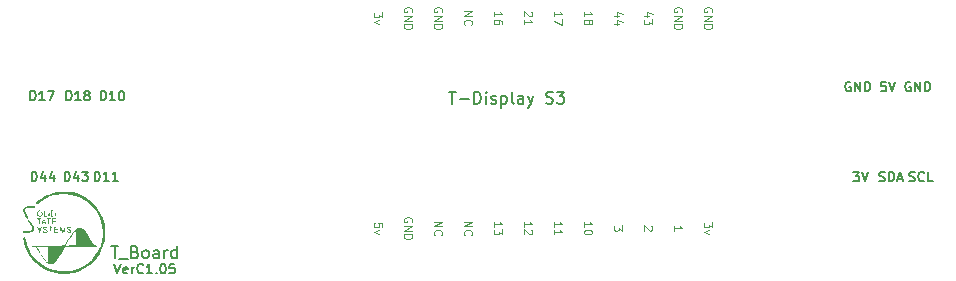
<source format=gbr>
%TF.GenerationSoftware,KiCad,Pcbnew,8.0.0*%
%TF.CreationDate,2024-03-18T00:05:31-07:00*%
%TF.ProjectId,Top_Board,546f705f-426f-4617-9264-2e6b69636164,0*%
%TF.SameCoordinates,Original*%
%TF.FileFunction,Legend,Top*%
%TF.FilePolarity,Positive*%
%FSLAX46Y46*%
G04 Gerber Fmt 4.6, Leading zero omitted, Abs format (unit mm)*
G04 Created by KiCad (PCBNEW 8.0.0) date 2024-03-18 00:05:31*
%MOMM*%
%LPD*%
G01*
G04 APERTURE LIST*
%ADD10C,0.150000*%
%ADD11C,0.100000*%
%ADD12C,0.000000*%
G04 APERTURE END LIST*
D10*
X149545922Y-93865819D02*
X150117350Y-93865819D01*
X149831636Y-94865819D02*
X149831636Y-93865819D01*
X150450684Y-94484866D02*
X151212589Y-94484866D01*
X151688779Y-94865819D02*
X151688779Y-93865819D01*
X151688779Y-93865819D02*
X151926874Y-93865819D01*
X151926874Y-93865819D02*
X152069731Y-93913438D01*
X152069731Y-93913438D02*
X152164969Y-94008676D01*
X152164969Y-94008676D02*
X152212588Y-94103914D01*
X152212588Y-94103914D02*
X152260207Y-94294390D01*
X152260207Y-94294390D02*
X152260207Y-94437247D01*
X152260207Y-94437247D02*
X152212588Y-94627723D01*
X152212588Y-94627723D02*
X152164969Y-94722961D01*
X152164969Y-94722961D02*
X152069731Y-94818200D01*
X152069731Y-94818200D02*
X151926874Y-94865819D01*
X151926874Y-94865819D02*
X151688779Y-94865819D01*
X152688779Y-94865819D02*
X152688779Y-94199152D01*
X152688779Y-93865819D02*
X152641160Y-93913438D01*
X152641160Y-93913438D02*
X152688779Y-93961057D01*
X152688779Y-93961057D02*
X152736398Y-93913438D01*
X152736398Y-93913438D02*
X152688779Y-93865819D01*
X152688779Y-93865819D02*
X152688779Y-93961057D01*
X153117350Y-94818200D02*
X153212588Y-94865819D01*
X153212588Y-94865819D02*
X153403064Y-94865819D01*
X153403064Y-94865819D02*
X153498302Y-94818200D01*
X153498302Y-94818200D02*
X153545921Y-94722961D01*
X153545921Y-94722961D02*
X153545921Y-94675342D01*
X153545921Y-94675342D02*
X153498302Y-94580104D01*
X153498302Y-94580104D02*
X153403064Y-94532485D01*
X153403064Y-94532485D02*
X153260207Y-94532485D01*
X153260207Y-94532485D02*
X153164969Y-94484866D01*
X153164969Y-94484866D02*
X153117350Y-94389628D01*
X153117350Y-94389628D02*
X153117350Y-94342009D01*
X153117350Y-94342009D02*
X153164969Y-94246771D01*
X153164969Y-94246771D02*
X153260207Y-94199152D01*
X153260207Y-94199152D02*
X153403064Y-94199152D01*
X153403064Y-94199152D02*
X153498302Y-94246771D01*
X153974493Y-94199152D02*
X153974493Y-95199152D01*
X153974493Y-94246771D02*
X154069731Y-94199152D01*
X154069731Y-94199152D02*
X154260207Y-94199152D01*
X154260207Y-94199152D02*
X154355445Y-94246771D01*
X154355445Y-94246771D02*
X154403064Y-94294390D01*
X154403064Y-94294390D02*
X154450683Y-94389628D01*
X154450683Y-94389628D02*
X154450683Y-94675342D01*
X154450683Y-94675342D02*
X154403064Y-94770580D01*
X154403064Y-94770580D02*
X154355445Y-94818200D01*
X154355445Y-94818200D02*
X154260207Y-94865819D01*
X154260207Y-94865819D02*
X154069731Y-94865819D01*
X154069731Y-94865819D02*
X153974493Y-94818200D01*
X155022112Y-94865819D02*
X154926874Y-94818200D01*
X154926874Y-94818200D02*
X154879255Y-94722961D01*
X154879255Y-94722961D02*
X154879255Y-93865819D01*
X155831636Y-94865819D02*
X155831636Y-94342009D01*
X155831636Y-94342009D02*
X155784017Y-94246771D01*
X155784017Y-94246771D02*
X155688779Y-94199152D01*
X155688779Y-94199152D02*
X155498303Y-94199152D01*
X155498303Y-94199152D02*
X155403065Y-94246771D01*
X155831636Y-94818200D02*
X155736398Y-94865819D01*
X155736398Y-94865819D02*
X155498303Y-94865819D01*
X155498303Y-94865819D02*
X155403065Y-94818200D01*
X155403065Y-94818200D02*
X155355446Y-94722961D01*
X155355446Y-94722961D02*
X155355446Y-94627723D01*
X155355446Y-94627723D02*
X155403065Y-94532485D01*
X155403065Y-94532485D02*
X155498303Y-94484866D01*
X155498303Y-94484866D02*
X155736398Y-94484866D01*
X155736398Y-94484866D02*
X155831636Y-94437247D01*
X156212589Y-94199152D02*
X156450684Y-94865819D01*
X156688779Y-94199152D02*
X156450684Y-94865819D01*
X156450684Y-94865819D02*
X156355446Y-95103914D01*
X156355446Y-95103914D02*
X156307827Y-95151533D01*
X156307827Y-95151533D02*
X156212589Y-95199152D01*
X157784018Y-94818200D02*
X157926875Y-94865819D01*
X157926875Y-94865819D02*
X158164970Y-94865819D01*
X158164970Y-94865819D02*
X158260208Y-94818200D01*
X158260208Y-94818200D02*
X158307827Y-94770580D01*
X158307827Y-94770580D02*
X158355446Y-94675342D01*
X158355446Y-94675342D02*
X158355446Y-94580104D01*
X158355446Y-94580104D02*
X158307827Y-94484866D01*
X158307827Y-94484866D02*
X158260208Y-94437247D01*
X158260208Y-94437247D02*
X158164970Y-94389628D01*
X158164970Y-94389628D02*
X157974494Y-94342009D01*
X157974494Y-94342009D02*
X157879256Y-94294390D01*
X157879256Y-94294390D02*
X157831637Y-94246771D01*
X157831637Y-94246771D02*
X157784018Y-94151533D01*
X157784018Y-94151533D02*
X157784018Y-94056295D01*
X157784018Y-94056295D02*
X157831637Y-93961057D01*
X157831637Y-93961057D02*
X157879256Y-93913438D01*
X157879256Y-93913438D02*
X157974494Y-93865819D01*
X157974494Y-93865819D02*
X158212589Y-93865819D01*
X158212589Y-93865819D02*
X158355446Y-93913438D01*
X158688780Y-93865819D02*
X159307827Y-93865819D01*
X159307827Y-93865819D02*
X158974494Y-94246771D01*
X158974494Y-94246771D02*
X159117351Y-94246771D01*
X159117351Y-94246771D02*
X159212589Y-94294390D01*
X159212589Y-94294390D02*
X159260208Y-94342009D01*
X159260208Y-94342009D02*
X159307827Y-94437247D01*
X159307827Y-94437247D02*
X159307827Y-94675342D01*
X159307827Y-94675342D02*
X159260208Y-94770580D01*
X159260208Y-94770580D02*
X159212589Y-94818200D01*
X159212589Y-94818200D02*
X159117351Y-94865819D01*
X159117351Y-94865819D02*
X158831637Y-94865819D01*
X158831637Y-94865819D02*
X158736399Y-94818200D01*
X158736399Y-94818200D02*
X158688780Y-94770580D01*
X117138571Y-94596295D02*
X117138571Y-93796295D01*
X117138571Y-93796295D02*
X117329047Y-93796295D01*
X117329047Y-93796295D02*
X117443333Y-93834390D01*
X117443333Y-93834390D02*
X117519523Y-93910580D01*
X117519523Y-93910580D02*
X117557618Y-93986771D01*
X117557618Y-93986771D02*
X117595714Y-94139152D01*
X117595714Y-94139152D02*
X117595714Y-94253438D01*
X117595714Y-94253438D02*
X117557618Y-94405819D01*
X117557618Y-94405819D02*
X117519523Y-94482009D01*
X117519523Y-94482009D02*
X117443333Y-94558200D01*
X117443333Y-94558200D02*
X117329047Y-94596295D01*
X117329047Y-94596295D02*
X117138571Y-94596295D01*
X118357618Y-94596295D02*
X117900475Y-94596295D01*
X118129047Y-94596295D02*
X118129047Y-93796295D01*
X118129047Y-93796295D02*
X118052856Y-93910580D01*
X118052856Y-93910580D02*
X117976666Y-93986771D01*
X117976666Y-93986771D02*
X117900475Y-94024866D01*
X118814761Y-94139152D02*
X118738571Y-94101057D01*
X118738571Y-94101057D02*
X118700476Y-94062961D01*
X118700476Y-94062961D02*
X118662380Y-93986771D01*
X118662380Y-93986771D02*
X118662380Y-93948676D01*
X118662380Y-93948676D02*
X118700476Y-93872485D01*
X118700476Y-93872485D02*
X118738571Y-93834390D01*
X118738571Y-93834390D02*
X118814761Y-93796295D01*
X118814761Y-93796295D02*
X118967142Y-93796295D01*
X118967142Y-93796295D02*
X119043333Y-93834390D01*
X119043333Y-93834390D02*
X119081428Y-93872485D01*
X119081428Y-93872485D02*
X119119523Y-93948676D01*
X119119523Y-93948676D02*
X119119523Y-93986771D01*
X119119523Y-93986771D02*
X119081428Y-94062961D01*
X119081428Y-94062961D02*
X119043333Y-94101057D01*
X119043333Y-94101057D02*
X118967142Y-94139152D01*
X118967142Y-94139152D02*
X118814761Y-94139152D01*
X118814761Y-94139152D02*
X118738571Y-94177247D01*
X118738571Y-94177247D02*
X118700476Y-94215342D01*
X118700476Y-94215342D02*
X118662380Y-94291533D01*
X118662380Y-94291533D02*
X118662380Y-94443914D01*
X118662380Y-94443914D02*
X118700476Y-94520104D01*
X118700476Y-94520104D02*
X118738571Y-94558200D01*
X118738571Y-94558200D02*
X118814761Y-94596295D01*
X118814761Y-94596295D02*
X118967142Y-94596295D01*
X118967142Y-94596295D02*
X119043333Y-94558200D01*
X119043333Y-94558200D02*
X119081428Y-94520104D01*
X119081428Y-94520104D02*
X119119523Y-94443914D01*
X119119523Y-94443914D02*
X119119523Y-94291533D01*
X119119523Y-94291533D02*
X119081428Y-94215342D01*
X119081428Y-94215342D02*
X119043333Y-94177247D01*
X119043333Y-94177247D02*
X118967142Y-94139152D01*
X121205874Y-108441295D02*
X121472541Y-109241295D01*
X121472541Y-109241295D02*
X121739207Y-108441295D01*
X122310636Y-109203200D02*
X122234445Y-109241295D01*
X122234445Y-109241295D02*
X122082064Y-109241295D01*
X122082064Y-109241295D02*
X122005874Y-109203200D01*
X122005874Y-109203200D02*
X121967778Y-109127009D01*
X121967778Y-109127009D02*
X121967778Y-108822247D01*
X121967778Y-108822247D02*
X122005874Y-108746057D01*
X122005874Y-108746057D02*
X122082064Y-108707961D01*
X122082064Y-108707961D02*
X122234445Y-108707961D01*
X122234445Y-108707961D02*
X122310636Y-108746057D01*
X122310636Y-108746057D02*
X122348731Y-108822247D01*
X122348731Y-108822247D02*
X122348731Y-108898438D01*
X122348731Y-108898438D02*
X121967778Y-108974628D01*
X122691588Y-109241295D02*
X122691588Y-108707961D01*
X122691588Y-108860342D02*
X122729683Y-108784152D01*
X122729683Y-108784152D02*
X122767778Y-108746057D01*
X122767778Y-108746057D02*
X122843969Y-108707961D01*
X122843969Y-108707961D02*
X122920159Y-108707961D01*
X123643969Y-109165104D02*
X123605873Y-109203200D01*
X123605873Y-109203200D02*
X123491588Y-109241295D01*
X123491588Y-109241295D02*
X123415397Y-109241295D01*
X123415397Y-109241295D02*
X123301111Y-109203200D01*
X123301111Y-109203200D02*
X123224921Y-109127009D01*
X123224921Y-109127009D02*
X123186826Y-109050819D01*
X123186826Y-109050819D02*
X123148730Y-108898438D01*
X123148730Y-108898438D02*
X123148730Y-108784152D01*
X123148730Y-108784152D02*
X123186826Y-108631771D01*
X123186826Y-108631771D02*
X123224921Y-108555580D01*
X123224921Y-108555580D02*
X123301111Y-108479390D01*
X123301111Y-108479390D02*
X123415397Y-108441295D01*
X123415397Y-108441295D02*
X123491588Y-108441295D01*
X123491588Y-108441295D02*
X123605873Y-108479390D01*
X123605873Y-108479390D02*
X123643969Y-108517485D01*
X124405873Y-109241295D02*
X123948730Y-109241295D01*
X124177302Y-109241295D02*
X124177302Y-108441295D01*
X124177302Y-108441295D02*
X124101111Y-108555580D01*
X124101111Y-108555580D02*
X124024921Y-108631771D01*
X124024921Y-108631771D02*
X123948730Y-108669866D01*
X124748731Y-109165104D02*
X124786826Y-109203200D01*
X124786826Y-109203200D02*
X124748731Y-109241295D01*
X124748731Y-109241295D02*
X124710635Y-109203200D01*
X124710635Y-109203200D02*
X124748731Y-109165104D01*
X124748731Y-109165104D02*
X124748731Y-109241295D01*
X125282064Y-108441295D02*
X125358254Y-108441295D01*
X125358254Y-108441295D02*
X125434445Y-108479390D01*
X125434445Y-108479390D02*
X125472540Y-108517485D01*
X125472540Y-108517485D02*
X125510635Y-108593676D01*
X125510635Y-108593676D02*
X125548730Y-108746057D01*
X125548730Y-108746057D02*
X125548730Y-108936533D01*
X125548730Y-108936533D02*
X125510635Y-109088914D01*
X125510635Y-109088914D02*
X125472540Y-109165104D01*
X125472540Y-109165104D02*
X125434445Y-109203200D01*
X125434445Y-109203200D02*
X125358254Y-109241295D01*
X125358254Y-109241295D02*
X125282064Y-109241295D01*
X125282064Y-109241295D02*
X125205873Y-109203200D01*
X125205873Y-109203200D02*
X125167778Y-109165104D01*
X125167778Y-109165104D02*
X125129683Y-109088914D01*
X125129683Y-109088914D02*
X125091587Y-108936533D01*
X125091587Y-108936533D02*
X125091587Y-108746057D01*
X125091587Y-108746057D02*
X125129683Y-108593676D01*
X125129683Y-108593676D02*
X125167778Y-108517485D01*
X125167778Y-108517485D02*
X125205873Y-108479390D01*
X125205873Y-108479390D02*
X125282064Y-108441295D01*
X126272540Y-108441295D02*
X125891588Y-108441295D01*
X125891588Y-108441295D02*
X125853492Y-108822247D01*
X125853492Y-108822247D02*
X125891588Y-108784152D01*
X125891588Y-108784152D02*
X125967778Y-108746057D01*
X125967778Y-108746057D02*
X126158254Y-108746057D01*
X126158254Y-108746057D02*
X126234445Y-108784152D01*
X126234445Y-108784152D02*
X126272540Y-108822247D01*
X126272540Y-108822247D02*
X126310635Y-108898438D01*
X126310635Y-108898438D02*
X126310635Y-109088914D01*
X126310635Y-109088914D02*
X126272540Y-109165104D01*
X126272540Y-109165104D02*
X126234445Y-109203200D01*
X126234445Y-109203200D02*
X126158254Y-109241295D01*
X126158254Y-109241295D02*
X125967778Y-109241295D01*
X125967778Y-109241295D02*
X125891588Y-109203200D01*
X125891588Y-109203200D02*
X125853492Y-109165104D01*
X183540476Y-93072390D02*
X183464286Y-93034295D01*
X183464286Y-93034295D02*
X183350000Y-93034295D01*
X183350000Y-93034295D02*
X183235714Y-93072390D01*
X183235714Y-93072390D02*
X183159524Y-93148580D01*
X183159524Y-93148580D02*
X183121429Y-93224771D01*
X183121429Y-93224771D02*
X183083333Y-93377152D01*
X183083333Y-93377152D02*
X183083333Y-93491438D01*
X183083333Y-93491438D02*
X183121429Y-93643819D01*
X183121429Y-93643819D02*
X183159524Y-93720009D01*
X183159524Y-93720009D02*
X183235714Y-93796200D01*
X183235714Y-93796200D02*
X183350000Y-93834295D01*
X183350000Y-93834295D02*
X183426191Y-93834295D01*
X183426191Y-93834295D02*
X183540476Y-93796200D01*
X183540476Y-93796200D02*
X183578572Y-93758104D01*
X183578572Y-93758104D02*
X183578572Y-93491438D01*
X183578572Y-93491438D02*
X183426191Y-93491438D01*
X183921429Y-93834295D02*
X183921429Y-93034295D01*
X183921429Y-93034295D02*
X184378572Y-93834295D01*
X184378572Y-93834295D02*
X184378572Y-93034295D01*
X184759524Y-93834295D02*
X184759524Y-93034295D01*
X184759524Y-93034295D02*
X184950000Y-93034295D01*
X184950000Y-93034295D02*
X185064286Y-93072390D01*
X185064286Y-93072390D02*
X185140476Y-93148580D01*
X185140476Y-93148580D02*
X185178571Y-93224771D01*
X185178571Y-93224771D02*
X185216667Y-93377152D01*
X185216667Y-93377152D02*
X185216667Y-93491438D01*
X185216667Y-93491438D02*
X185178571Y-93643819D01*
X185178571Y-93643819D02*
X185140476Y-93720009D01*
X185140476Y-93720009D02*
X185064286Y-93796200D01*
X185064286Y-93796200D02*
X184950000Y-93834295D01*
X184950000Y-93834295D02*
X184759524Y-93834295D01*
X120059571Y-94596295D02*
X120059571Y-93796295D01*
X120059571Y-93796295D02*
X120250047Y-93796295D01*
X120250047Y-93796295D02*
X120364333Y-93834390D01*
X120364333Y-93834390D02*
X120440523Y-93910580D01*
X120440523Y-93910580D02*
X120478618Y-93986771D01*
X120478618Y-93986771D02*
X120516714Y-94139152D01*
X120516714Y-94139152D02*
X120516714Y-94253438D01*
X120516714Y-94253438D02*
X120478618Y-94405819D01*
X120478618Y-94405819D02*
X120440523Y-94482009D01*
X120440523Y-94482009D02*
X120364333Y-94558200D01*
X120364333Y-94558200D02*
X120250047Y-94596295D01*
X120250047Y-94596295D02*
X120059571Y-94596295D01*
X121278618Y-94596295D02*
X120821475Y-94596295D01*
X121050047Y-94596295D02*
X121050047Y-93796295D01*
X121050047Y-93796295D02*
X120973856Y-93910580D01*
X120973856Y-93910580D02*
X120897666Y-93986771D01*
X120897666Y-93986771D02*
X120821475Y-94024866D01*
X121773857Y-93796295D02*
X121850047Y-93796295D01*
X121850047Y-93796295D02*
X121926238Y-93834390D01*
X121926238Y-93834390D02*
X121964333Y-93872485D01*
X121964333Y-93872485D02*
X122002428Y-93948676D01*
X122002428Y-93948676D02*
X122040523Y-94101057D01*
X122040523Y-94101057D02*
X122040523Y-94291533D01*
X122040523Y-94291533D02*
X122002428Y-94443914D01*
X122002428Y-94443914D02*
X121964333Y-94520104D01*
X121964333Y-94520104D02*
X121926238Y-94558200D01*
X121926238Y-94558200D02*
X121850047Y-94596295D01*
X121850047Y-94596295D02*
X121773857Y-94596295D01*
X121773857Y-94596295D02*
X121697666Y-94558200D01*
X121697666Y-94558200D02*
X121659571Y-94520104D01*
X121659571Y-94520104D02*
X121621476Y-94443914D01*
X121621476Y-94443914D02*
X121583380Y-94291533D01*
X121583380Y-94291533D02*
X121583380Y-94101057D01*
X121583380Y-94101057D02*
X121621476Y-93948676D01*
X121621476Y-93948676D02*
X121659571Y-93872485D01*
X121659571Y-93872485D02*
X121697666Y-93834390D01*
X121697666Y-93834390D02*
X121773857Y-93796295D01*
X188531618Y-101416200D02*
X188645904Y-101454295D01*
X188645904Y-101454295D02*
X188836380Y-101454295D01*
X188836380Y-101454295D02*
X188912571Y-101416200D01*
X188912571Y-101416200D02*
X188950666Y-101378104D01*
X188950666Y-101378104D02*
X188988761Y-101301914D01*
X188988761Y-101301914D02*
X188988761Y-101225723D01*
X188988761Y-101225723D02*
X188950666Y-101149533D01*
X188950666Y-101149533D02*
X188912571Y-101111438D01*
X188912571Y-101111438D02*
X188836380Y-101073342D01*
X188836380Y-101073342D02*
X188683999Y-101035247D01*
X188683999Y-101035247D02*
X188607809Y-100997152D01*
X188607809Y-100997152D02*
X188569714Y-100959057D01*
X188569714Y-100959057D02*
X188531618Y-100882866D01*
X188531618Y-100882866D02*
X188531618Y-100806676D01*
X188531618Y-100806676D02*
X188569714Y-100730485D01*
X188569714Y-100730485D02*
X188607809Y-100692390D01*
X188607809Y-100692390D02*
X188683999Y-100654295D01*
X188683999Y-100654295D02*
X188874476Y-100654295D01*
X188874476Y-100654295D02*
X188988761Y-100692390D01*
X189788762Y-101378104D02*
X189750666Y-101416200D01*
X189750666Y-101416200D02*
X189636381Y-101454295D01*
X189636381Y-101454295D02*
X189560190Y-101454295D01*
X189560190Y-101454295D02*
X189445904Y-101416200D01*
X189445904Y-101416200D02*
X189369714Y-101340009D01*
X189369714Y-101340009D02*
X189331619Y-101263819D01*
X189331619Y-101263819D02*
X189293523Y-101111438D01*
X189293523Y-101111438D02*
X189293523Y-100997152D01*
X189293523Y-100997152D02*
X189331619Y-100844771D01*
X189331619Y-100844771D02*
X189369714Y-100768580D01*
X189369714Y-100768580D02*
X189445904Y-100692390D01*
X189445904Y-100692390D02*
X189560190Y-100654295D01*
X189560190Y-100654295D02*
X189636381Y-100654295D01*
X189636381Y-100654295D02*
X189750666Y-100692390D01*
X189750666Y-100692390D02*
X189788762Y-100730485D01*
X190512571Y-101454295D02*
X190131619Y-101454295D01*
X190131619Y-101454295D02*
X190131619Y-100654295D01*
X186537619Y-93034295D02*
X186156667Y-93034295D01*
X186156667Y-93034295D02*
X186118571Y-93415247D01*
X186118571Y-93415247D02*
X186156667Y-93377152D01*
X186156667Y-93377152D02*
X186232857Y-93339057D01*
X186232857Y-93339057D02*
X186423333Y-93339057D01*
X186423333Y-93339057D02*
X186499524Y-93377152D01*
X186499524Y-93377152D02*
X186537619Y-93415247D01*
X186537619Y-93415247D02*
X186575714Y-93491438D01*
X186575714Y-93491438D02*
X186575714Y-93681914D01*
X186575714Y-93681914D02*
X186537619Y-93758104D01*
X186537619Y-93758104D02*
X186499524Y-93796200D01*
X186499524Y-93796200D02*
X186423333Y-93834295D01*
X186423333Y-93834295D02*
X186232857Y-93834295D01*
X186232857Y-93834295D02*
X186156667Y-93796200D01*
X186156667Y-93796200D02*
X186118571Y-93758104D01*
X186804286Y-93034295D02*
X187070953Y-93834295D01*
X187070953Y-93834295D02*
X187337619Y-93034295D01*
X114090571Y-94596295D02*
X114090571Y-93796295D01*
X114090571Y-93796295D02*
X114281047Y-93796295D01*
X114281047Y-93796295D02*
X114395333Y-93834390D01*
X114395333Y-93834390D02*
X114471523Y-93910580D01*
X114471523Y-93910580D02*
X114509618Y-93986771D01*
X114509618Y-93986771D02*
X114547714Y-94139152D01*
X114547714Y-94139152D02*
X114547714Y-94253438D01*
X114547714Y-94253438D02*
X114509618Y-94405819D01*
X114509618Y-94405819D02*
X114471523Y-94482009D01*
X114471523Y-94482009D02*
X114395333Y-94558200D01*
X114395333Y-94558200D02*
X114281047Y-94596295D01*
X114281047Y-94596295D02*
X114090571Y-94596295D01*
X115309618Y-94596295D02*
X114852475Y-94596295D01*
X115081047Y-94596295D02*
X115081047Y-93796295D01*
X115081047Y-93796295D02*
X115004856Y-93910580D01*
X115004856Y-93910580D02*
X114928666Y-93986771D01*
X114928666Y-93986771D02*
X114852475Y-94024866D01*
X115576285Y-93796295D02*
X116109619Y-93796295D01*
X116109619Y-93796295D02*
X115766761Y-94596295D01*
X120970922Y-106946819D02*
X121542350Y-106946819D01*
X121256636Y-107946819D02*
X121256636Y-106946819D01*
X121637589Y-108042057D02*
X122399493Y-108042057D01*
X122970922Y-107423009D02*
X123113779Y-107470628D01*
X123113779Y-107470628D02*
X123161398Y-107518247D01*
X123161398Y-107518247D02*
X123209017Y-107613485D01*
X123209017Y-107613485D02*
X123209017Y-107756342D01*
X123209017Y-107756342D02*
X123161398Y-107851580D01*
X123161398Y-107851580D02*
X123113779Y-107899200D01*
X123113779Y-107899200D02*
X123018541Y-107946819D01*
X123018541Y-107946819D02*
X122637589Y-107946819D01*
X122637589Y-107946819D02*
X122637589Y-106946819D01*
X122637589Y-106946819D02*
X122970922Y-106946819D01*
X122970922Y-106946819D02*
X123066160Y-106994438D01*
X123066160Y-106994438D02*
X123113779Y-107042057D01*
X123113779Y-107042057D02*
X123161398Y-107137295D01*
X123161398Y-107137295D02*
X123161398Y-107232533D01*
X123161398Y-107232533D02*
X123113779Y-107327771D01*
X123113779Y-107327771D02*
X123066160Y-107375390D01*
X123066160Y-107375390D02*
X122970922Y-107423009D01*
X122970922Y-107423009D02*
X122637589Y-107423009D01*
X123780446Y-107946819D02*
X123685208Y-107899200D01*
X123685208Y-107899200D02*
X123637589Y-107851580D01*
X123637589Y-107851580D02*
X123589970Y-107756342D01*
X123589970Y-107756342D02*
X123589970Y-107470628D01*
X123589970Y-107470628D02*
X123637589Y-107375390D01*
X123637589Y-107375390D02*
X123685208Y-107327771D01*
X123685208Y-107327771D02*
X123780446Y-107280152D01*
X123780446Y-107280152D02*
X123923303Y-107280152D01*
X123923303Y-107280152D02*
X124018541Y-107327771D01*
X124018541Y-107327771D02*
X124066160Y-107375390D01*
X124066160Y-107375390D02*
X124113779Y-107470628D01*
X124113779Y-107470628D02*
X124113779Y-107756342D01*
X124113779Y-107756342D02*
X124066160Y-107851580D01*
X124066160Y-107851580D02*
X124018541Y-107899200D01*
X124018541Y-107899200D02*
X123923303Y-107946819D01*
X123923303Y-107946819D02*
X123780446Y-107946819D01*
X124970922Y-107946819D02*
X124970922Y-107423009D01*
X124970922Y-107423009D02*
X124923303Y-107327771D01*
X124923303Y-107327771D02*
X124828065Y-107280152D01*
X124828065Y-107280152D02*
X124637589Y-107280152D01*
X124637589Y-107280152D02*
X124542351Y-107327771D01*
X124970922Y-107899200D02*
X124875684Y-107946819D01*
X124875684Y-107946819D02*
X124637589Y-107946819D01*
X124637589Y-107946819D02*
X124542351Y-107899200D01*
X124542351Y-107899200D02*
X124494732Y-107803961D01*
X124494732Y-107803961D02*
X124494732Y-107708723D01*
X124494732Y-107708723D02*
X124542351Y-107613485D01*
X124542351Y-107613485D02*
X124637589Y-107565866D01*
X124637589Y-107565866D02*
X124875684Y-107565866D01*
X124875684Y-107565866D02*
X124970922Y-107518247D01*
X125447113Y-107946819D02*
X125447113Y-107280152D01*
X125447113Y-107470628D02*
X125494732Y-107375390D01*
X125494732Y-107375390D02*
X125542351Y-107327771D01*
X125542351Y-107327771D02*
X125637589Y-107280152D01*
X125637589Y-107280152D02*
X125732827Y-107280152D01*
X126494732Y-107946819D02*
X126494732Y-106946819D01*
X126494732Y-107899200D02*
X126399494Y-107946819D01*
X126399494Y-107946819D02*
X126209018Y-107946819D01*
X126209018Y-107946819D02*
X126113780Y-107899200D01*
X126113780Y-107899200D02*
X126066161Y-107851580D01*
X126066161Y-107851580D02*
X126018542Y-107756342D01*
X126018542Y-107756342D02*
X126018542Y-107470628D01*
X126018542Y-107470628D02*
X126066161Y-107375390D01*
X126066161Y-107375390D02*
X126113780Y-107327771D01*
X126113780Y-107327771D02*
X126209018Y-107280152D01*
X126209018Y-107280152D02*
X126399494Y-107280152D01*
X126399494Y-107280152D02*
X126494732Y-107327771D01*
X119536571Y-101432295D02*
X119536571Y-100632295D01*
X119536571Y-100632295D02*
X119727047Y-100632295D01*
X119727047Y-100632295D02*
X119841333Y-100670390D01*
X119841333Y-100670390D02*
X119917523Y-100746580D01*
X119917523Y-100746580D02*
X119955618Y-100822771D01*
X119955618Y-100822771D02*
X119993714Y-100975152D01*
X119993714Y-100975152D02*
X119993714Y-101089438D01*
X119993714Y-101089438D02*
X119955618Y-101241819D01*
X119955618Y-101241819D02*
X119917523Y-101318009D01*
X119917523Y-101318009D02*
X119841333Y-101394200D01*
X119841333Y-101394200D02*
X119727047Y-101432295D01*
X119727047Y-101432295D02*
X119536571Y-101432295D01*
X120755618Y-101432295D02*
X120298475Y-101432295D01*
X120527047Y-101432295D02*
X120527047Y-100632295D01*
X120527047Y-100632295D02*
X120450856Y-100746580D01*
X120450856Y-100746580D02*
X120374666Y-100822771D01*
X120374666Y-100822771D02*
X120298475Y-100860866D01*
X121517523Y-101432295D02*
X121060380Y-101432295D01*
X121288952Y-101432295D02*
X121288952Y-100632295D01*
X121288952Y-100632295D02*
X121212761Y-100746580D01*
X121212761Y-100746580D02*
X121136571Y-100822771D01*
X121136571Y-100822771D02*
X121060380Y-100860866D01*
X116996571Y-101432295D02*
X116996571Y-100632295D01*
X116996571Y-100632295D02*
X117187047Y-100632295D01*
X117187047Y-100632295D02*
X117301333Y-100670390D01*
X117301333Y-100670390D02*
X117377523Y-100746580D01*
X117377523Y-100746580D02*
X117415618Y-100822771D01*
X117415618Y-100822771D02*
X117453714Y-100975152D01*
X117453714Y-100975152D02*
X117453714Y-101089438D01*
X117453714Y-101089438D02*
X117415618Y-101241819D01*
X117415618Y-101241819D02*
X117377523Y-101318009D01*
X117377523Y-101318009D02*
X117301333Y-101394200D01*
X117301333Y-101394200D02*
X117187047Y-101432295D01*
X117187047Y-101432295D02*
X116996571Y-101432295D01*
X118139428Y-100898961D02*
X118139428Y-101432295D01*
X117948952Y-100594200D02*
X117758475Y-101165628D01*
X117758475Y-101165628D02*
X118253714Y-101165628D01*
X118482285Y-100632295D02*
X118977523Y-100632295D01*
X118977523Y-100632295D02*
X118710857Y-100937057D01*
X118710857Y-100937057D02*
X118825142Y-100937057D01*
X118825142Y-100937057D02*
X118901333Y-100975152D01*
X118901333Y-100975152D02*
X118939428Y-101013247D01*
X118939428Y-101013247D02*
X118977523Y-101089438D01*
X118977523Y-101089438D02*
X118977523Y-101279914D01*
X118977523Y-101279914D02*
X118939428Y-101356104D01*
X118939428Y-101356104D02*
X118901333Y-101394200D01*
X118901333Y-101394200D02*
X118825142Y-101432295D01*
X118825142Y-101432295D02*
X118596571Y-101432295D01*
X118596571Y-101432295D02*
X118520380Y-101394200D01*
X118520380Y-101394200D02*
X118482285Y-101356104D01*
X114202571Y-101432295D02*
X114202571Y-100632295D01*
X114202571Y-100632295D02*
X114393047Y-100632295D01*
X114393047Y-100632295D02*
X114507333Y-100670390D01*
X114507333Y-100670390D02*
X114583523Y-100746580D01*
X114583523Y-100746580D02*
X114621618Y-100822771D01*
X114621618Y-100822771D02*
X114659714Y-100975152D01*
X114659714Y-100975152D02*
X114659714Y-101089438D01*
X114659714Y-101089438D02*
X114621618Y-101241819D01*
X114621618Y-101241819D02*
X114583523Y-101318009D01*
X114583523Y-101318009D02*
X114507333Y-101394200D01*
X114507333Y-101394200D02*
X114393047Y-101432295D01*
X114393047Y-101432295D02*
X114202571Y-101432295D01*
X115345428Y-100898961D02*
X115345428Y-101432295D01*
X115154952Y-100594200D02*
X114964475Y-101165628D01*
X114964475Y-101165628D02*
X115459714Y-101165628D01*
X116107333Y-100898961D02*
X116107333Y-101432295D01*
X115916857Y-100594200D02*
X115726380Y-101165628D01*
X115726380Y-101165628D02*
X116221619Y-101165628D01*
X188620476Y-93072390D02*
X188544286Y-93034295D01*
X188544286Y-93034295D02*
X188430000Y-93034295D01*
X188430000Y-93034295D02*
X188315714Y-93072390D01*
X188315714Y-93072390D02*
X188239524Y-93148580D01*
X188239524Y-93148580D02*
X188201429Y-93224771D01*
X188201429Y-93224771D02*
X188163333Y-93377152D01*
X188163333Y-93377152D02*
X188163333Y-93491438D01*
X188163333Y-93491438D02*
X188201429Y-93643819D01*
X188201429Y-93643819D02*
X188239524Y-93720009D01*
X188239524Y-93720009D02*
X188315714Y-93796200D01*
X188315714Y-93796200D02*
X188430000Y-93834295D01*
X188430000Y-93834295D02*
X188506191Y-93834295D01*
X188506191Y-93834295D02*
X188620476Y-93796200D01*
X188620476Y-93796200D02*
X188658572Y-93758104D01*
X188658572Y-93758104D02*
X188658572Y-93491438D01*
X188658572Y-93491438D02*
X188506191Y-93491438D01*
X189001429Y-93834295D02*
X189001429Y-93034295D01*
X189001429Y-93034295D02*
X189458572Y-93834295D01*
X189458572Y-93834295D02*
X189458572Y-93034295D01*
X189839524Y-93834295D02*
X189839524Y-93034295D01*
X189839524Y-93034295D02*
X190030000Y-93034295D01*
X190030000Y-93034295D02*
X190144286Y-93072390D01*
X190144286Y-93072390D02*
X190220476Y-93148580D01*
X190220476Y-93148580D02*
X190258571Y-93224771D01*
X190258571Y-93224771D02*
X190296667Y-93377152D01*
X190296667Y-93377152D02*
X190296667Y-93491438D01*
X190296667Y-93491438D02*
X190258571Y-93643819D01*
X190258571Y-93643819D02*
X190220476Y-93720009D01*
X190220476Y-93720009D02*
X190144286Y-93796200D01*
X190144286Y-93796200D02*
X190030000Y-93834295D01*
X190030000Y-93834295D02*
X189839524Y-93834295D01*
X183794476Y-100654295D02*
X184289714Y-100654295D01*
X184289714Y-100654295D02*
X184023048Y-100959057D01*
X184023048Y-100959057D02*
X184137333Y-100959057D01*
X184137333Y-100959057D02*
X184213524Y-100997152D01*
X184213524Y-100997152D02*
X184251619Y-101035247D01*
X184251619Y-101035247D02*
X184289714Y-101111438D01*
X184289714Y-101111438D02*
X184289714Y-101301914D01*
X184289714Y-101301914D02*
X184251619Y-101378104D01*
X184251619Y-101378104D02*
X184213524Y-101416200D01*
X184213524Y-101416200D02*
X184137333Y-101454295D01*
X184137333Y-101454295D02*
X183908762Y-101454295D01*
X183908762Y-101454295D02*
X183832571Y-101416200D01*
X183832571Y-101416200D02*
X183794476Y-101378104D01*
X184518286Y-100654295D02*
X184784953Y-101454295D01*
X184784953Y-101454295D02*
X185051619Y-100654295D01*
X185972571Y-101416200D02*
X186086857Y-101454295D01*
X186086857Y-101454295D02*
X186277333Y-101454295D01*
X186277333Y-101454295D02*
X186353524Y-101416200D01*
X186353524Y-101416200D02*
X186391619Y-101378104D01*
X186391619Y-101378104D02*
X186429714Y-101301914D01*
X186429714Y-101301914D02*
X186429714Y-101225723D01*
X186429714Y-101225723D02*
X186391619Y-101149533D01*
X186391619Y-101149533D02*
X186353524Y-101111438D01*
X186353524Y-101111438D02*
X186277333Y-101073342D01*
X186277333Y-101073342D02*
X186124952Y-101035247D01*
X186124952Y-101035247D02*
X186048762Y-100997152D01*
X186048762Y-100997152D02*
X186010667Y-100959057D01*
X186010667Y-100959057D02*
X185972571Y-100882866D01*
X185972571Y-100882866D02*
X185972571Y-100806676D01*
X185972571Y-100806676D02*
X186010667Y-100730485D01*
X186010667Y-100730485D02*
X186048762Y-100692390D01*
X186048762Y-100692390D02*
X186124952Y-100654295D01*
X186124952Y-100654295D02*
X186315429Y-100654295D01*
X186315429Y-100654295D02*
X186429714Y-100692390D01*
X186772572Y-101454295D02*
X186772572Y-100654295D01*
X186772572Y-100654295D02*
X186963048Y-100654295D01*
X186963048Y-100654295D02*
X187077334Y-100692390D01*
X187077334Y-100692390D02*
X187153524Y-100768580D01*
X187153524Y-100768580D02*
X187191619Y-100844771D01*
X187191619Y-100844771D02*
X187229715Y-100997152D01*
X187229715Y-100997152D02*
X187229715Y-101111438D01*
X187229715Y-101111438D02*
X187191619Y-101263819D01*
X187191619Y-101263819D02*
X187153524Y-101340009D01*
X187153524Y-101340009D02*
X187077334Y-101416200D01*
X187077334Y-101416200D02*
X186963048Y-101454295D01*
X186963048Y-101454295D02*
X186772572Y-101454295D01*
X187534476Y-101225723D02*
X187915429Y-101225723D01*
X187458286Y-101454295D02*
X187724953Y-100654295D01*
X187724953Y-100654295D02*
X187991619Y-101454295D01*
D11*
X148271366Y-104860000D02*
X148971366Y-104860000D01*
X148971366Y-104860000D02*
X148271366Y-105260000D01*
X148271366Y-105260000D02*
X148971366Y-105260000D01*
X148338033Y-105993333D02*
X148304700Y-105960000D01*
X148304700Y-105960000D02*
X148271366Y-105860000D01*
X148271366Y-105860000D02*
X148271366Y-105793333D01*
X148271366Y-105793333D02*
X148304700Y-105693333D01*
X148304700Y-105693333D02*
X148371366Y-105626667D01*
X148371366Y-105626667D02*
X148438033Y-105593333D01*
X148438033Y-105593333D02*
X148571366Y-105560000D01*
X148571366Y-105560000D02*
X148671366Y-105560000D01*
X148671366Y-105560000D02*
X148804700Y-105593333D01*
X148804700Y-105593333D02*
X148871366Y-105626667D01*
X148871366Y-105626667D02*
X148938033Y-105693333D01*
X148938033Y-105693333D02*
X148971366Y-105793333D01*
X148971366Y-105793333D02*
X148971366Y-105860000D01*
X148971366Y-105860000D02*
X148938033Y-105960000D01*
X148938033Y-105960000D02*
X148904700Y-105993333D01*
X146398033Y-104876667D02*
X146431366Y-104810000D01*
X146431366Y-104810000D02*
X146431366Y-104710000D01*
X146431366Y-104710000D02*
X146398033Y-104610000D01*
X146398033Y-104610000D02*
X146331366Y-104543334D01*
X146331366Y-104543334D02*
X146264700Y-104510000D01*
X146264700Y-104510000D02*
X146131366Y-104476667D01*
X146131366Y-104476667D02*
X146031366Y-104476667D01*
X146031366Y-104476667D02*
X145898033Y-104510000D01*
X145898033Y-104510000D02*
X145831366Y-104543334D01*
X145831366Y-104543334D02*
X145764700Y-104610000D01*
X145764700Y-104610000D02*
X145731366Y-104710000D01*
X145731366Y-104710000D02*
X145731366Y-104776667D01*
X145731366Y-104776667D02*
X145764700Y-104876667D01*
X145764700Y-104876667D02*
X145798033Y-104910000D01*
X145798033Y-104910000D02*
X146031366Y-104910000D01*
X146031366Y-104910000D02*
X146031366Y-104776667D01*
X145731366Y-105210000D02*
X146431366Y-105210000D01*
X146431366Y-105210000D02*
X145731366Y-105610000D01*
X145731366Y-105610000D02*
X146431366Y-105610000D01*
X145731366Y-105943333D02*
X146431366Y-105943333D01*
X146431366Y-105943333D02*
X146431366Y-106110000D01*
X146431366Y-106110000D02*
X146398033Y-106210000D01*
X146398033Y-106210000D02*
X146331366Y-106276667D01*
X146331366Y-106276667D02*
X146264700Y-106310000D01*
X146264700Y-106310000D02*
X146131366Y-106343333D01*
X146131366Y-106343333D02*
X146031366Y-106343333D01*
X146031366Y-106343333D02*
X145898033Y-106310000D01*
X145898033Y-106310000D02*
X145831366Y-106276667D01*
X145831366Y-106276667D02*
X145764700Y-106210000D01*
X145764700Y-106210000D02*
X145731366Y-106110000D01*
X145731366Y-106110000D02*
X145731366Y-105943333D01*
X160971366Y-87482284D02*
X160971366Y-87082284D01*
X160971366Y-87282284D02*
X161671366Y-87282284D01*
X161671366Y-87282284D02*
X161571366Y-87215617D01*
X161571366Y-87215617D02*
X161504700Y-87148951D01*
X161504700Y-87148951D02*
X161471366Y-87082284D01*
X161371366Y-87882284D02*
X161404700Y-87815618D01*
X161404700Y-87815618D02*
X161438033Y-87782284D01*
X161438033Y-87782284D02*
X161504700Y-87748951D01*
X161504700Y-87748951D02*
X161538033Y-87748951D01*
X161538033Y-87748951D02*
X161604700Y-87782284D01*
X161604700Y-87782284D02*
X161638033Y-87815618D01*
X161638033Y-87815618D02*
X161671366Y-87882284D01*
X161671366Y-87882284D02*
X161671366Y-88015618D01*
X161671366Y-88015618D02*
X161638033Y-88082284D01*
X161638033Y-88082284D02*
X161604700Y-88115618D01*
X161604700Y-88115618D02*
X161538033Y-88148951D01*
X161538033Y-88148951D02*
X161504700Y-88148951D01*
X161504700Y-88148951D02*
X161438033Y-88115618D01*
X161438033Y-88115618D02*
X161404700Y-88082284D01*
X161404700Y-88082284D02*
X161371366Y-88015618D01*
X161371366Y-88015618D02*
X161371366Y-87882284D01*
X161371366Y-87882284D02*
X161338033Y-87815618D01*
X161338033Y-87815618D02*
X161304700Y-87782284D01*
X161304700Y-87782284D02*
X161238033Y-87748951D01*
X161238033Y-87748951D02*
X161104700Y-87748951D01*
X161104700Y-87748951D02*
X161038033Y-87782284D01*
X161038033Y-87782284D02*
X161004700Y-87815618D01*
X161004700Y-87815618D02*
X160971366Y-87882284D01*
X160971366Y-87882284D02*
X160971366Y-88015618D01*
X160971366Y-88015618D02*
X161004700Y-88082284D01*
X161004700Y-88082284D02*
X161038033Y-88115618D01*
X161038033Y-88115618D02*
X161104700Y-88148951D01*
X161104700Y-88148951D02*
X161238033Y-88148951D01*
X161238033Y-88148951D02*
X161304700Y-88115618D01*
X161304700Y-88115618D02*
X161338033Y-88082284D01*
X161338033Y-88082284D02*
X161371366Y-88015618D01*
X156524700Y-87082284D02*
X156558033Y-87115617D01*
X156558033Y-87115617D02*
X156591366Y-87182284D01*
X156591366Y-87182284D02*
X156591366Y-87348951D01*
X156591366Y-87348951D02*
X156558033Y-87415617D01*
X156558033Y-87415617D02*
X156524700Y-87448951D01*
X156524700Y-87448951D02*
X156458033Y-87482284D01*
X156458033Y-87482284D02*
X156391366Y-87482284D01*
X156391366Y-87482284D02*
X156291366Y-87448951D01*
X156291366Y-87448951D02*
X155891366Y-87048951D01*
X155891366Y-87048951D02*
X155891366Y-87482284D01*
X155891366Y-88148951D02*
X155891366Y-87748951D01*
X155891366Y-87948951D02*
X156591366Y-87948951D01*
X156591366Y-87948951D02*
X156491366Y-87882284D01*
X156491366Y-87882284D02*
X156424700Y-87815618D01*
X156424700Y-87815618D02*
X156391366Y-87748951D01*
X169258033Y-87096667D02*
X169291366Y-87030000D01*
X169291366Y-87030000D02*
X169291366Y-86930000D01*
X169291366Y-86930000D02*
X169258033Y-86830000D01*
X169258033Y-86830000D02*
X169191366Y-86763334D01*
X169191366Y-86763334D02*
X169124700Y-86730000D01*
X169124700Y-86730000D02*
X168991366Y-86696667D01*
X168991366Y-86696667D02*
X168891366Y-86696667D01*
X168891366Y-86696667D02*
X168758033Y-86730000D01*
X168758033Y-86730000D02*
X168691366Y-86763334D01*
X168691366Y-86763334D02*
X168624700Y-86830000D01*
X168624700Y-86830000D02*
X168591366Y-86930000D01*
X168591366Y-86930000D02*
X168591366Y-86996667D01*
X168591366Y-86996667D02*
X168624700Y-87096667D01*
X168624700Y-87096667D02*
X168658033Y-87130000D01*
X168658033Y-87130000D02*
X168891366Y-87130000D01*
X168891366Y-87130000D02*
X168891366Y-86996667D01*
X168591366Y-87430000D02*
X169291366Y-87430000D01*
X169291366Y-87430000D02*
X168591366Y-87830000D01*
X168591366Y-87830000D02*
X169291366Y-87830000D01*
X168591366Y-88163333D02*
X169291366Y-88163333D01*
X169291366Y-88163333D02*
X169291366Y-88330000D01*
X169291366Y-88330000D02*
X169258033Y-88430000D01*
X169258033Y-88430000D02*
X169191366Y-88496667D01*
X169191366Y-88496667D02*
X169124700Y-88530000D01*
X169124700Y-88530000D02*
X168991366Y-88563333D01*
X168991366Y-88563333D02*
X168891366Y-88563333D01*
X168891366Y-88563333D02*
X168758033Y-88530000D01*
X168758033Y-88530000D02*
X168691366Y-88496667D01*
X168691366Y-88496667D02*
X168624700Y-88430000D01*
X168624700Y-88430000D02*
X168591366Y-88330000D01*
X168591366Y-88330000D02*
X168591366Y-88163333D01*
X158431366Y-87482284D02*
X158431366Y-87082284D01*
X158431366Y-87282284D02*
X159131366Y-87282284D01*
X159131366Y-87282284D02*
X159031366Y-87215617D01*
X159031366Y-87215617D02*
X158964700Y-87148951D01*
X158964700Y-87148951D02*
X158931366Y-87082284D01*
X159131366Y-87715618D02*
X159131366Y-88182284D01*
X159131366Y-88182284D02*
X158431366Y-87882284D01*
X158431366Y-105276666D02*
X158431366Y-104876666D01*
X158431366Y-105076666D02*
X159131366Y-105076666D01*
X159131366Y-105076666D02*
X159031366Y-105009999D01*
X159031366Y-105009999D02*
X158964700Y-104943333D01*
X158964700Y-104943333D02*
X158931366Y-104876666D01*
X158431366Y-105943333D02*
X158431366Y-105543333D01*
X158431366Y-105743333D02*
X159131366Y-105743333D01*
X159131366Y-105743333D02*
X159031366Y-105676666D01*
X159031366Y-105676666D02*
X158964700Y-105610000D01*
X158964700Y-105610000D02*
X158931366Y-105543333D01*
X153351366Y-105276666D02*
X153351366Y-104876666D01*
X153351366Y-105076666D02*
X154051366Y-105076666D01*
X154051366Y-105076666D02*
X153951366Y-105009999D01*
X153951366Y-105009999D02*
X153884700Y-104943333D01*
X153884700Y-104943333D02*
X153851366Y-104876666D01*
X154051366Y-105510000D02*
X154051366Y-105943333D01*
X154051366Y-105943333D02*
X153784700Y-105710000D01*
X153784700Y-105710000D02*
X153784700Y-105810000D01*
X153784700Y-105810000D02*
X153751366Y-105876666D01*
X153751366Y-105876666D02*
X153718033Y-105910000D01*
X153718033Y-105910000D02*
X153651366Y-105943333D01*
X153651366Y-105943333D02*
X153484700Y-105943333D01*
X153484700Y-105943333D02*
X153418033Y-105910000D01*
X153418033Y-105910000D02*
X153384700Y-105876666D01*
X153384700Y-105876666D02*
X153351366Y-105810000D01*
X153351366Y-105810000D02*
X153351366Y-105610000D01*
X153351366Y-105610000D02*
X153384700Y-105543333D01*
X153384700Y-105543333D02*
X153418033Y-105510000D01*
X166518033Y-87415617D02*
X166051366Y-87415617D01*
X166784700Y-87248951D02*
X166284700Y-87082284D01*
X166284700Y-87082284D02*
X166284700Y-87515617D01*
X166751366Y-87715618D02*
X166751366Y-88148951D01*
X166751366Y-88148951D02*
X166484700Y-87915618D01*
X166484700Y-87915618D02*
X166484700Y-88015618D01*
X166484700Y-88015618D02*
X166451366Y-88082284D01*
X166451366Y-88082284D02*
X166418033Y-88115618D01*
X166418033Y-88115618D02*
X166351366Y-88148951D01*
X166351366Y-88148951D02*
X166184700Y-88148951D01*
X166184700Y-88148951D02*
X166118033Y-88115618D01*
X166118033Y-88115618D02*
X166084700Y-88082284D01*
X166084700Y-88082284D02*
X166051366Y-88015618D01*
X166051366Y-88015618D02*
X166051366Y-87815618D01*
X166051366Y-87815618D02*
X166084700Y-87748951D01*
X166084700Y-87748951D02*
X166118033Y-87715618D01*
X150811366Y-87065618D02*
X151511366Y-87065618D01*
X151511366Y-87065618D02*
X150811366Y-87465618D01*
X150811366Y-87465618D02*
X151511366Y-87465618D01*
X150878033Y-88198951D02*
X150844700Y-88165618D01*
X150844700Y-88165618D02*
X150811366Y-88065618D01*
X150811366Y-88065618D02*
X150811366Y-87998951D01*
X150811366Y-87998951D02*
X150844700Y-87898951D01*
X150844700Y-87898951D02*
X150911366Y-87832285D01*
X150911366Y-87832285D02*
X150978033Y-87798951D01*
X150978033Y-87798951D02*
X151111366Y-87765618D01*
X151111366Y-87765618D02*
X151211366Y-87765618D01*
X151211366Y-87765618D02*
X151344700Y-87798951D01*
X151344700Y-87798951D02*
X151411366Y-87832285D01*
X151411366Y-87832285D02*
X151478033Y-87898951D01*
X151478033Y-87898951D02*
X151511366Y-87998951D01*
X151511366Y-87998951D02*
X151511366Y-88065618D01*
X151511366Y-88065618D02*
X151478033Y-88165618D01*
X151478033Y-88165618D02*
X151444700Y-88198951D01*
X155891366Y-105276666D02*
X155891366Y-104876666D01*
X155891366Y-105076666D02*
X156591366Y-105076666D01*
X156591366Y-105076666D02*
X156491366Y-105009999D01*
X156491366Y-105009999D02*
X156424700Y-104943333D01*
X156424700Y-104943333D02*
X156391366Y-104876666D01*
X156524700Y-105543333D02*
X156558033Y-105576666D01*
X156558033Y-105576666D02*
X156591366Y-105643333D01*
X156591366Y-105643333D02*
X156591366Y-105810000D01*
X156591366Y-105810000D02*
X156558033Y-105876666D01*
X156558033Y-105876666D02*
X156524700Y-105910000D01*
X156524700Y-105910000D02*
X156458033Y-105943333D01*
X156458033Y-105943333D02*
X156391366Y-105943333D01*
X156391366Y-105943333D02*
X156291366Y-105910000D01*
X156291366Y-105910000D02*
X155891366Y-105510000D01*
X155891366Y-105510000D02*
X155891366Y-105943333D01*
X160971366Y-105276666D02*
X160971366Y-104876666D01*
X160971366Y-105076666D02*
X161671366Y-105076666D01*
X161671366Y-105076666D02*
X161571366Y-105009999D01*
X161571366Y-105009999D02*
X161504700Y-104943333D01*
X161504700Y-104943333D02*
X161471366Y-104876666D01*
X161671366Y-105710000D02*
X161671366Y-105776666D01*
X161671366Y-105776666D02*
X161638033Y-105843333D01*
X161638033Y-105843333D02*
X161604700Y-105876666D01*
X161604700Y-105876666D02*
X161538033Y-105910000D01*
X161538033Y-105910000D02*
X161404700Y-105943333D01*
X161404700Y-105943333D02*
X161238033Y-105943333D01*
X161238033Y-105943333D02*
X161104700Y-105910000D01*
X161104700Y-105910000D02*
X161038033Y-105876666D01*
X161038033Y-105876666D02*
X161004700Y-105843333D01*
X161004700Y-105843333D02*
X160971366Y-105776666D01*
X160971366Y-105776666D02*
X160971366Y-105710000D01*
X160971366Y-105710000D02*
X161004700Y-105643333D01*
X161004700Y-105643333D02*
X161038033Y-105610000D01*
X161038033Y-105610000D02*
X161104700Y-105576666D01*
X161104700Y-105576666D02*
X161238033Y-105543333D01*
X161238033Y-105543333D02*
X161404700Y-105543333D01*
X161404700Y-105543333D02*
X161538033Y-105576666D01*
X161538033Y-105576666D02*
X161604700Y-105610000D01*
X161604700Y-105610000D02*
X161638033Y-105643333D01*
X161638033Y-105643333D02*
X161671366Y-105710000D01*
X163978033Y-87415617D02*
X163511366Y-87415617D01*
X164244700Y-87248951D02*
X163744700Y-87082284D01*
X163744700Y-87082284D02*
X163744700Y-87515617D01*
X163978033Y-88082284D02*
X163511366Y-88082284D01*
X164244700Y-87915618D02*
X163744700Y-87748951D01*
X163744700Y-87748951D02*
X163744700Y-88182284D01*
X148938033Y-87096667D02*
X148971366Y-87030000D01*
X148971366Y-87030000D02*
X148971366Y-86930000D01*
X148971366Y-86930000D02*
X148938033Y-86830000D01*
X148938033Y-86830000D02*
X148871366Y-86763334D01*
X148871366Y-86763334D02*
X148804700Y-86730000D01*
X148804700Y-86730000D02*
X148671366Y-86696667D01*
X148671366Y-86696667D02*
X148571366Y-86696667D01*
X148571366Y-86696667D02*
X148438033Y-86730000D01*
X148438033Y-86730000D02*
X148371366Y-86763334D01*
X148371366Y-86763334D02*
X148304700Y-86830000D01*
X148304700Y-86830000D02*
X148271366Y-86930000D01*
X148271366Y-86930000D02*
X148271366Y-86996667D01*
X148271366Y-86996667D02*
X148304700Y-87096667D01*
X148304700Y-87096667D02*
X148338033Y-87130000D01*
X148338033Y-87130000D02*
X148571366Y-87130000D01*
X148571366Y-87130000D02*
X148571366Y-86996667D01*
X148271366Y-87430000D02*
X148971366Y-87430000D01*
X148971366Y-87430000D02*
X148271366Y-87830000D01*
X148271366Y-87830000D02*
X148971366Y-87830000D01*
X148271366Y-88163333D02*
X148971366Y-88163333D01*
X148971366Y-88163333D02*
X148971366Y-88330000D01*
X148971366Y-88330000D02*
X148938033Y-88430000D01*
X148938033Y-88430000D02*
X148871366Y-88496667D01*
X148871366Y-88496667D02*
X148804700Y-88530000D01*
X148804700Y-88530000D02*
X148671366Y-88563333D01*
X148671366Y-88563333D02*
X148571366Y-88563333D01*
X148571366Y-88563333D02*
X148438033Y-88530000D01*
X148438033Y-88530000D02*
X148371366Y-88496667D01*
X148371366Y-88496667D02*
X148304700Y-88430000D01*
X148304700Y-88430000D02*
X148271366Y-88330000D01*
X148271366Y-88330000D02*
X148271366Y-88163333D01*
X168591366Y-105610000D02*
X168591366Y-105210000D01*
X168591366Y-105410000D02*
X169291366Y-105410000D01*
X169291366Y-105410000D02*
X169191366Y-105343333D01*
X169191366Y-105343333D02*
X169124700Y-105276667D01*
X169124700Y-105276667D02*
X169091366Y-105210000D01*
X150811366Y-104860000D02*
X151511366Y-104860000D01*
X151511366Y-104860000D02*
X150811366Y-105260000D01*
X150811366Y-105260000D02*
X151511366Y-105260000D01*
X150878033Y-105993333D02*
X150844700Y-105960000D01*
X150844700Y-105960000D02*
X150811366Y-105860000D01*
X150811366Y-105860000D02*
X150811366Y-105793333D01*
X150811366Y-105793333D02*
X150844700Y-105693333D01*
X150844700Y-105693333D02*
X150911366Y-105626667D01*
X150911366Y-105626667D02*
X150978033Y-105593333D01*
X150978033Y-105593333D02*
X151111366Y-105560000D01*
X151111366Y-105560000D02*
X151211366Y-105560000D01*
X151211366Y-105560000D02*
X151344700Y-105593333D01*
X151344700Y-105593333D02*
X151411366Y-105626667D01*
X151411366Y-105626667D02*
X151478033Y-105693333D01*
X151478033Y-105693333D02*
X151511366Y-105793333D01*
X151511366Y-105793333D02*
X151511366Y-105860000D01*
X151511366Y-105860000D02*
X151478033Y-105960000D01*
X151478033Y-105960000D02*
X151444700Y-105993333D01*
X153351366Y-87482284D02*
X153351366Y-87082284D01*
X153351366Y-87282284D02*
X154051366Y-87282284D01*
X154051366Y-87282284D02*
X153951366Y-87215617D01*
X153951366Y-87215617D02*
X153884700Y-87148951D01*
X153884700Y-87148951D02*
X153851366Y-87082284D01*
X154051366Y-88082284D02*
X154051366Y-87948951D01*
X154051366Y-87948951D02*
X154018033Y-87882284D01*
X154018033Y-87882284D02*
X153984700Y-87848951D01*
X153984700Y-87848951D02*
X153884700Y-87782284D01*
X153884700Y-87782284D02*
X153751366Y-87748951D01*
X153751366Y-87748951D02*
X153484700Y-87748951D01*
X153484700Y-87748951D02*
X153418033Y-87782284D01*
X153418033Y-87782284D02*
X153384700Y-87815618D01*
X153384700Y-87815618D02*
X153351366Y-87882284D01*
X153351366Y-87882284D02*
X153351366Y-88015618D01*
X153351366Y-88015618D02*
X153384700Y-88082284D01*
X153384700Y-88082284D02*
X153418033Y-88115618D01*
X153418033Y-88115618D02*
X153484700Y-88148951D01*
X153484700Y-88148951D02*
X153651366Y-88148951D01*
X153651366Y-88148951D02*
X153718033Y-88115618D01*
X153718033Y-88115618D02*
X153751366Y-88082284D01*
X153751366Y-88082284D02*
X153784700Y-88015618D01*
X153784700Y-88015618D02*
X153784700Y-87882284D01*
X153784700Y-87882284D02*
X153751366Y-87815618D01*
X153751366Y-87815618D02*
X153718033Y-87782284D01*
X153718033Y-87782284D02*
X153651366Y-87748951D01*
X171831366Y-104910000D02*
X171831366Y-105343333D01*
X171831366Y-105343333D02*
X171564700Y-105110000D01*
X171564700Y-105110000D02*
X171564700Y-105210000D01*
X171564700Y-105210000D02*
X171531366Y-105276666D01*
X171531366Y-105276666D02*
X171498033Y-105310000D01*
X171498033Y-105310000D02*
X171431366Y-105343333D01*
X171431366Y-105343333D02*
X171264700Y-105343333D01*
X171264700Y-105343333D02*
X171198033Y-105310000D01*
X171198033Y-105310000D02*
X171164700Y-105276666D01*
X171164700Y-105276666D02*
X171131366Y-105210000D01*
X171131366Y-105210000D02*
X171131366Y-105010000D01*
X171131366Y-105010000D02*
X171164700Y-104943333D01*
X171164700Y-104943333D02*
X171198033Y-104910000D01*
X171598033Y-105576667D02*
X171131366Y-105743333D01*
X171131366Y-105743333D02*
X171598033Y-105910000D01*
X143891366Y-87130000D02*
X143891366Y-87563333D01*
X143891366Y-87563333D02*
X143624700Y-87330000D01*
X143624700Y-87330000D02*
X143624700Y-87430000D01*
X143624700Y-87430000D02*
X143591366Y-87496666D01*
X143591366Y-87496666D02*
X143558033Y-87530000D01*
X143558033Y-87530000D02*
X143491366Y-87563333D01*
X143491366Y-87563333D02*
X143324700Y-87563333D01*
X143324700Y-87563333D02*
X143258033Y-87530000D01*
X143258033Y-87530000D02*
X143224700Y-87496666D01*
X143224700Y-87496666D02*
X143191366Y-87430000D01*
X143191366Y-87430000D02*
X143191366Y-87230000D01*
X143191366Y-87230000D02*
X143224700Y-87163333D01*
X143224700Y-87163333D02*
X143258033Y-87130000D01*
X143658033Y-87796667D02*
X143191366Y-87963333D01*
X143191366Y-87963333D02*
X143658033Y-88130000D01*
X143891366Y-105310000D02*
X143891366Y-104976666D01*
X143891366Y-104976666D02*
X143558033Y-104943333D01*
X143558033Y-104943333D02*
X143591366Y-104976666D01*
X143591366Y-104976666D02*
X143624700Y-105043333D01*
X143624700Y-105043333D02*
X143624700Y-105210000D01*
X143624700Y-105210000D02*
X143591366Y-105276666D01*
X143591366Y-105276666D02*
X143558033Y-105310000D01*
X143558033Y-105310000D02*
X143491366Y-105343333D01*
X143491366Y-105343333D02*
X143324700Y-105343333D01*
X143324700Y-105343333D02*
X143258033Y-105310000D01*
X143258033Y-105310000D02*
X143224700Y-105276666D01*
X143224700Y-105276666D02*
X143191366Y-105210000D01*
X143191366Y-105210000D02*
X143191366Y-105043333D01*
X143191366Y-105043333D02*
X143224700Y-104976666D01*
X143224700Y-104976666D02*
X143258033Y-104943333D01*
X143658033Y-105576667D02*
X143191366Y-105743333D01*
X143191366Y-105743333D02*
X143658033Y-105910000D01*
X146398033Y-87096667D02*
X146431366Y-87030000D01*
X146431366Y-87030000D02*
X146431366Y-86930000D01*
X146431366Y-86930000D02*
X146398033Y-86830000D01*
X146398033Y-86830000D02*
X146331366Y-86763334D01*
X146331366Y-86763334D02*
X146264700Y-86730000D01*
X146264700Y-86730000D02*
X146131366Y-86696667D01*
X146131366Y-86696667D02*
X146031366Y-86696667D01*
X146031366Y-86696667D02*
X145898033Y-86730000D01*
X145898033Y-86730000D02*
X145831366Y-86763334D01*
X145831366Y-86763334D02*
X145764700Y-86830000D01*
X145764700Y-86830000D02*
X145731366Y-86930000D01*
X145731366Y-86930000D02*
X145731366Y-86996667D01*
X145731366Y-86996667D02*
X145764700Y-87096667D01*
X145764700Y-87096667D02*
X145798033Y-87130000D01*
X145798033Y-87130000D02*
X146031366Y-87130000D01*
X146031366Y-87130000D02*
X146031366Y-86996667D01*
X145731366Y-87430000D02*
X146431366Y-87430000D01*
X146431366Y-87430000D02*
X145731366Y-87830000D01*
X145731366Y-87830000D02*
X146431366Y-87830000D01*
X145731366Y-88163333D02*
X146431366Y-88163333D01*
X146431366Y-88163333D02*
X146431366Y-88330000D01*
X146431366Y-88330000D02*
X146398033Y-88430000D01*
X146398033Y-88430000D02*
X146331366Y-88496667D01*
X146331366Y-88496667D02*
X146264700Y-88530000D01*
X146264700Y-88530000D02*
X146131366Y-88563333D01*
X146131366Y-88563333D02*
X146031366Y-88563333D01*
X146031366Y-88563333D02*
X145898033Y-88530000D01*
X145898033Y-88530000D02*
X145831366Y-88496667D01*
X145831366Y-88496667D02*
X145764700Y-88430000D01*
X145764700Y-88430000D02*
X145731366Y-88330000D01*
X145731366Y-88330000D02*
X145731366Y-88163333D01*
X164211366Y-105176667D02*
X164211366Y-105610000D01*
X164211366Y-105610000D02*
X163944700Y-105376667D01*
X163944700Y-105376667D02*
X163944700Y-105476667D01*
X163944700Y-105476667D02*
X163911366Y-105543333D01*
X163911366Y-105543333D02*
X163878033Y-105576667D01*
X163878033Y-105576667D02*
X163811366Y-105610000D01*
X163811366Y-105610000D02*
X163644700Y-105610000D01*
X163644700Y-105610000D02*
X163578033Y-105576667D01*
X163578033Y-105576667D02*
X163544700Y-105543333D01*
X163544700Y-105543333D02*
X163511366Y-105476667D01*
X163511366Y-105476667D02*
X163511366Y-105276667D01*
X163511366Y-105276667D02*
X163544700Y-105210000D01*
X163544700Y-105210000D02*
X163578033Y-105176667D01*
X171798033Y-87096667D02*
X171831366Y-87030000D01*
X171831366Y-87030000D02*
X171831366Y-86930000D01*
X171831366Y-86930000D02*
X171798033Y-86830000D01*
X171798033Y-86830000D02*
X171731366Y-86763334D01*
X171731366Y-86763334D02*
X171664700Y-86730000D01*
X171664700Y-86730000D02*
X171531366Y-86696667D01*
X171531366Y-86696667D02*
X171431366Y-86696667D01*
X171431366Y-86696667D02*
X171298033Y-86730000D01*
X171298033Y-86730000D02*
X171231366Y-86763334D01*
X171231366Y-86763334D02*
X171164700Y-86830000D01*
X171164700Y-86830000D02*
X171131366Y-86930000D01*
X171131366Y-86930000D02*
X171131366Y-86996667D01*
X171131366Y-86996667D02*
X171164700Y-87096667D01*
X171164700Y-87096667D02*
X171198033Y-87130000D01*
X171198033Y-87130000D02*
X171431366Y-87130000D01*
X171431366Y-87130000D02*
X171431366Y-86996667D01*
X171131366Y-87430000D02*
X171831366Y-87430000D01*
X171831366Y-87430000D02*
X171131366Y-87830000D01*
X171131366Y-87830000D02*
X171831366Y-87830000D01*
X171131366Y-88163333D02*
X171831366Y-88163333D01*
X171831366Y-88163333D02*
X171831366Y-88330000D01*
X171831366Y-88330000D02*
X171798033Y-88430000D01*
X171798033Y-88430000D02*
X171731366Y-88496667D01*
X171731366Y-88496667D02*
X171664700Y-88530000D01*
X171664700Y-88530000D02*
X171531366Y-88563333D01*
X171531366Y-88563333D02*
X171431366Y-88563333D01*
X171431366Y-88563333D02*
X171298033Y-88530000D01*
X171298033Y-88530000D02*
X171231366Y-88496667D01*
X171231366Y-88496667D02*
X171164700Y-88430000D01*
X171164700Y-88430000D02*
X171131366Y-88330000D01*
X171131366Y-88330000D02*
X171131366Y-88163333D01*
X166684700Y-105210000D02*
X166718033Y-105243333D01*
X166718033Y-105243333D02*
X166751366Y-105310000D01*
X166751366Y-105310000D02*
X166751366Y-105476667D01*
X166751366Y-105476667D02*
X166718033Y-105543333D01*
X166718033Y-105543333D02*
X166684700Y-105576667D01*
X166684700Y-105576667D02*
X166618033Y-105610000D01*
X166618033Y-105610000D02*
X166551366Y-105610000D01*
X166551366Y-105610000D02*
X166451366Y-105576667D01*
X166451366Y-105576667D02*
X166051366Y-105176667D01*
X166051366Y-105176667D02*
X166051366Y-105610000D01*
D12*
%TO.C,G\u002A\u002A\u002A*%
G36*
X115708590Y-103951064D02*
G01*
X115723692Y-104026015D01*
X115732642Y-104128824D01*
X115734533Y-104238453D01*
X115728461Y-104333865D01*
X115713519Y-104394022D01*
X115708714Y-104400679D01*
X115670542Y-104411238D01*
X115652463Y-104382797D01*
X115640748Y-104313571D01*
X115639168Y-104211604D01*
X115645947Y-104099632D01*
X115659308Y-104000390D01*
X115677473Y-103936614D01*
X115688241Y-103925011D01*
X115708590Y-103951064D01*
G37*
G36*
X115303652Y-103931313D02*
G01*
X115316187Y-104016547D01*
X115320379Y-104126862D01*
X115320379Y-104354586D01*
X115443000Y-104354586D01*
X115524048Y-104363385D01*
X115564561Y-104385023D01*
X115565620Y-104389620D01*
X115534307Y-104410514D01*
X115455081Y-104423047D01*
X115407965Y-104424655D01*
X115250310Y-104424655D01*
X115250310Y-104161896D01*
X115254657Y-104029499D01*
X115266425Y-103937217D01*
X115283702Y-103899383D01*
X115285345Y-103899138D01*
X115303652Y-103931313D01*
G37*
G36*
X114959921Y-104571627D02*
G01*
X115033493Y-104585561D01*
X115057620Y-104599827D01*
X115045217Y-104625806D01*
X114989619Y-104634862D01*
X114941437Y-104638610D01*
X114914602Y-104660417D01*
X114902877Y-104716124D01*
X114900024Y-104821575D01*
X114899965Y-104862586D01*
X114893454Y-105001537D01*
X114877371Y-105073771D01*
X114856895Y-105078700D01*
X114837202Y-105015738D01*
X114823470Y-104884295D01*
X114822809Y-104871345D01*
X114814484Y-104750391D01*
X114799760Y-104682719D01*
X114772129Y-104651542D01*
X114733552Y-104641184D01*
X114671947Y-104620116D01*
X114654724Y-104597391D01*
X114685571Y-104578439D01*
X114762416Y-104567923D01*
X114861714Y-104565700D01*
X114959921Y-104571627D01*
G37*
G36*
X115102258Y-105303275D02*
G01*
X115064308Y-105370285D01*
X115022586Y-105433129D01*
X114964929Y-105545481D01*
X114935997Y-105657258D01*
X114935000Y-105676512D01*
X114921863Y-105763929D01*
X114882448Y-105791000D01*
X114842322Y-105762380D01*
X114829896Y-105676512D01*
X114808880Y-105570242D01*
X114756020Y-105454613D01*
X114742410Y-105433276D01*
X114696643Y-105352074D01*
X114682150Y-105295741D01*
X114687979Y-105284099D01*
X114725575Y-105297643D01*
X114781700Y-105355679D01*
X114806871Y-105389988D01*
X114892706Y-105516306D01*
X114955792Y-105409510D01*
X115010619Y-105332566D01*
X115060347Y-105287109D01*
X115064525Y-105285198D01*
X115101499Y-105277843D01*
X115102258Y-105303275D01*
G37*
G36*
X115940886Y-105272316D02*
G01*
X116014459Y-105286251D01*
X116038586Y-105300517D01*
X116026182Y-105326496D01*
X115970585Y-105335551D01*
X115922403Y-105339300D01*
X115895568Y-105361107D01*
X115883842Y-105416814D01*
X115880989Y-105522265D01*
X115880931Y-105563276D01*
X115874419Y-105702226D01*
X115858337Y-105774460D01*
X115837860Y-105779390D01*
X115818167Y-105716427D01*
X115804435Y-105584985D01*
X115803775Y-105572034D01*
X115795449Y-105451081D01*
X115780726Y-105383409D01*
X115753094Y-105352231D01*
X115714517Y-105341873D01*
X115652913Y-105320806D01*
X115635689Y-105298080D01*
X115666536Y-105279129D01*
X115743381Y-105268613D01*
X115842679Y-105266390D01*
X115940886Y-105272316D01*
G37*
G36*
X115760858Y-104570754D02*
G01*
X115839538Y-104586079D01*
X115863414Y-104599827D01*
X115851010Y-104625806D01*
X115795412Y-104634862D01*
X115747230Y-104638610D01*
X115720395Y-104660417D01*
X115708670Y-104716124D01*
X115705817Y-104821575D01*
X115705758Y-104862586D01*
X115700808Y-104981585D01*
X115687695Y-105063059D01*
X115670724Y-105090310D01*
X115652416Y-105058134D01*
X115639882Y-104972900D01*
X115635689Y-104862586D01*
X115634154Y-104740171D01*
X115625487Y-104671988D01*
X115603601Y-104642205D01*
X115562408Y-104634993D01*
X115548103Y-104634862D01*
X115482263Y-104622869D01*
X115460517Y-104599827D01*
X115492175Y-104580552D01*
X115573761Y-104567827D01*
X115651139Y-104564793D01*
X115760858Y-104570754D01*
G37*
G36*
X116127316Y-103925303D02*
G01*
X116222066Y-104000311D01*
X116264535Y-104118931D01*
X116266310Y-104154101D01*
X116243735Y-104294065D01*
X116174242Y-104382424D01*
X116055176Y-104421891D01*
X116001565Y-104424655D01*
X115845896Y-104424655D01*
X115845896Y-104161896D01*
X115915965Y-104161896D01*
X115917916Y-104272091D01*
X115929614Y-104329452D01*
X115959831Y-104351207D01*
X116014062Y-104354586D01*
X116101600Y-104340389D01*
X116154200Y-104312545D01*
X116184353Y-104249275D01*
X116196241Y-104161896D01*
X116175064Y-104047364D01*
X116108478Y-103984932D01*
X116014062Y-103969207D01*
X115957963Y-103973038D01*
X115928761Y-103996017D01*
X115917686Y-104055371D01*
X115915965Y-104161896D01*
X115845896Y-104161896D01*
X115845896Y-103899138D01*
X115986034Y-103899138D01*
X116127316Y-103925303D01*
G37*
G36*
X115016608Y-103929064D02*
G01*
X115098870Y-104007302D01*
X115142017Y-104116539D01*
X115138772Y-104239465D01*
X115090668Y-104346790D01*
X115009479Y-104407989D01*
X114899799Y-104425516D01*
X114788383Y-104398800D01*
X114724793Y-104354586D01*
X114667629Y-104255097D01*
X114662841Y-104160559D01*
X114732535Y-104160559D01*
X114754630Y-104269583D01*
X114817133Y-104333389D01*
X114908978Y-104356649D01*
X114999900Y-104335656D01*
X115038204Y-104304323D01*
X115066919Y-104227006D01*
X115065195Y-104126208D01*
X115036932Y-104035140D01*
X115001733Y-103993857D01*
X114906290Y-103966242D01*
X114821068Y-103994352D01*
X114758878Y-104063890D01*
X114732535Y-104160559D01*
X114662841Y-104160559D01*
X114661822Y-104140429D01*
X114699745Y-104030128D01*
X114773772Y-103943740D01*
X114876275Y-103900810D01*
X114902508Y-103899138D01*
X115016608Y-103929064D01*
G37*
G36*
X114027641Y-104699079D02*
G01*
X114093184Y-104776850D01*
X114170028Y-104888548D01*
X114248749Y-105019508D01*
X114319926Y-105155067D01*
X114372636Y-105276522D01*
X114411954Y-105448103D01*
X114389519Y-105587469D01*
X114305160Y-105694760D01*
X114158711Y-105770119D01*
X113950001Y-105813686D01*
X113717552Y-105825839D01*
X113585923Y-105824177D01*
X113509580Y-105816235D01*
X113473774Y-105797956D01*
X113463759Y-105765282D01*
X113463552Y-105755965D01*
X113481964Y-105697905D01*
X113507345Y-105683406D01*
X113756801Y-105665214D01*
X113960875Y-105642055D01*
X114112324Y-105615052D01*
X114203908Y-105585326D01*
X114222400Y-105572683D01*
X114255595Y-105513975D01*
X114254755Y-105430915D01*
X114217497Y-105314848D01*
X114141439Y-105157116D01*
X114074953Y-105036701D01*
X113989092Y-104880616D01*
X113939677Y-104774457D01*
X113924559Y-104709667D01*
X113941589Y-104677691D01*
X113982821Y-104669896D01*
X114027641Y-104699079D01*
G37*
G36*
X114450141Y-103538084D02*
G01*
X114504318Y-103548745D01*
X114527320Y-103569002D01*
X114532103Y-103601345D01*
X114526658Y-103632944D01*
X114502119Y-103654563D01*
X114446177Y-103669199D01*
X114346525Y-103679848D01*
X114190855Y-103689510D01*
X114164241Y-103690936D01*
X113941834Y-103707341D01*
X113784599Y-103734303D01*
X113687704Y-103779292D01*
X113646320Y-103849782D01*
X113655618Y-103953244D01*
X113710767Y-104097150D01*
X113793813Y-104263983D01*
X113868148Y-104412465D01*
X113908657Y-104511305D01*
X113918659Y-104570273D01*
X113906500Y-104595663D01*
X113847397Y-104613720D01*
X113824717Y-104606515D01*
X113791232Y-104566268D01*
X113735405Y-104479533D01*
X113667109Y-104362048D01*
X113637396Y-104307905D01*
X113536210Y-104093173D01*
X113488309Y-103918284D01*
X113495853Y-103780251D01*
X113561005Y-103676087D01*
X113685926Y-103602805D01*
X113872778Y-103557417D01*
X114123722Y-103536937D01*
X114196441Y-103535362D01*
X114351834Y-103534472D01*
X114450141Y-103538084D01*
G37*
G36*
X116228588Y-104571337D02*
G01*
X116301351Y-104588004D01*
X116318862Y-104599827D01*
X116302243Y-104622089D01*
X116226031Y-104633741D01*
X116180792Y-104634862D01*
X116082702Y-104638383D01*
X116035918Y-104655773D01*
X116021771Y-104697268D01*
X116021069Y-104722448D01*
X116028718Y-104778878D01*
X116064796Y-104803960D01*
X116149003Y-104810003D01*
X116161207Y-104810034D01*
X116248961Y-104817804D01*
X116297771Y-104837215D01*
X116301345Y-104845069D01*
X116270264Y-104867007D01*
X116192620Y-104879210D01*
X116161207Y-104880103D01*
X116069523Y-104885979D01*
X116029003Y-104909728D01*
X116021069Y-104950172D01*
X116033020Y-104996280D01*
X116081152Y-105016470D01*
X116159139Y-105020241D01*
X116252426Y-105028385D01*
X116312221Y-105048612D01*
X116318862Y-105055276D01*
X116300820Y-105076280D01*
X116221139Y-105088197D01*
X116145757Y-105090310D01*
X115951000Y-105090310D01*
X115951000Y-104827551D01*
X115951000Y-104564793D01*
X116124105Y-104564793D01*
X116228588Y-104571337D01*
G37*
G36*
X116468189Y-105286736D02*
G01*
X116476517Y-105298686D01*
X116445441Y-105321770D01*
X116367808Y-105334610D01*
X116336379Y-105335551D01*
X116246091Y-105340332D01*
X116205961Y-105362881D01*
X116196291Y-105415510D01*
X116196241Y-105423138D01*
X116203741Y-105479267D01*
X116239299Y-105504424D01*
X116322502Y-105510671D01*
X116338447Y-105510724D01*
X116427242Y-105518111D01*
X116461087Y-105538077D01*
X116459000Y-105545758D01*
X116412413Y-105569451D01*
X116327514Y-105580657D01*
X116316794Y-105580793D01*
X116233153Y-105588928D01*
X116199843Y-105620533D01*
X116196241Y-105650862D01*
X116208193Y-105696970D01*
X116256324Y-105717159D01*
X116334311Y-105720931D01*
X116427599Y-105729075D01*
X116487394Y-105749302D01*
X116494034Y-105755965D01*
X116475339Y-105776379D01*
X116394154Y-105788349D01*
X116301877Y-105791000D01*
X116088068Y-105791000D01*
X116098361Y-105537000D01*
X116108655Y-105283000D01*
X116292586Y-105272410D01*
X116405799Y-105272408D01*
X116468189Y-105286736D01*
G37*
G36*
X116705127Y-105336718D02*
G01*
X116756969Y-105459558D01*
X116767541Y-105490415D01*
X116836679Y-105697830D01*
X116913325Y-105492426D01*
X116970618Y-105354484D01*
X117014430Y-105285207D01*
X117045453Y-105284737D01*
X117064380Y-105353219D01*
X117071905Y-105490796D01*
X117072103Y-105525322D01*
X117067800Y-105658799D01*
X117056133Y-105751963D01*
X117038968Y-105790669D01*
X117037069Y-105791000D01*
X117016281Y-105759571D01*
X117002739Y-105679617D01*
X117000129Y-105624586D01*
X116998224Y-105458172D01*
X116938819Y-105612933D01*
X116895663Y-105707358D01*
X116854295Y-105769514D01*
X116839028Y-105781131D01*
X116806255Y-105758446D01*
X116764345Y-105684813D01*
X116733925Y-105608852D01*
X116669207Y-105423138D01*
X116658617Y-105607069D01*
X116646727Y-105709863D01*
X116627545Y-105776621D01*
X116613289Y-105791000D01*
X116596258Y-105758204D01*
X116587777Y-105667992D01*
X116588844Y-105537000D01*
X116602300Y-105383691D01*
X116626817Y-105299038D01*
X116661417Y-105283296D01*
X116705127Y-105336718D01*
G37*
G36*
X115286520Y-104608369D02*
G01*
X115329618Y-104688674D01*
X115378208Y-104794487D01*
X115424175Y-104906510D01*
X115459402Y-105005444D01*
X115475775Y-105071989D01*
X115473638Y-105087957D01*
X115441847Y-105077576D01*
X115399862Y-105029000D01*
X115329916Y-104968834D01*
X115244097Y-104948523D01*
X115167439Y-104968871D01*
X115127689Y-105020241D01*
X115095722Y-105074354D01*
X115059146Y-105090477D01*
X115040195Y-105059623D01*
X115040103Y-105055644D01*
X115053111Y-104995009D01*
X115086462Y-104901229D01*
X115103281Y-104861033D01*
X115192544Y-104861033D01*
X115232735Y-104879597D01*
X115250310Y-104880103D01*
X115303391Y-104868338D01*
X115306135Y-104819964D01*
X115300870Y-104801276D01*
X115270543Y-104720853D01*
X115245740Y-104701492D01*
X115237145Y-104707850D01*
X115217639Y-104749205D01*
X115199750Y-104801276D01*
X115192544Y-104861033D01*
X115103281Y-104861033D01*
X115131647Y-104793241D01*
X115180159Y-104689982D01*
X115223487Y-104610387D01*
X115253124Y-104573391D01*
X115257030Y-104572872D01*
X115286520Y-104608369D01*
G37*
G36*
X115467744Y-105299400D02*
G01*
X115513263Y-105335766D01*
X115555017Y-105401496D01*
X115544569Y-105431920D01*
X115493353Y-105414468D01*
X115463339Y-105390657D01*
X115389247Y-105349307D01*
X115317658Y-105345951D01*
X115272835Y-105379032D01*
X115267827Y-105403181D01*
X115297695Y-105447051D01*
X115369867Y-105485224D01*
X115372931Y-105486233D01*
X115489144Y-105534786D01*
X115548872Y-105593109D01*
X115565620Y-105673536D01*
X115537855Y-105752948D01*
X115475754Y-105791867D01*
X115395996Y-105818377D01*
X115338016Y-105817818D01*
X115259069Y-105789908D01*
X115192983Y-105732156D01*
X115180241Y-105680419D01*
X115180241Y-105602615D01*
X115251675Y-105679290D01*
X115333378Y-105744085D01*
X115410143Y-105747045D01*
X115456864Y-105723930D01*
X115490718Y-105674132D01*
X115467162Y-105618630D01*
X115395341Y-105573634D01*
X115367198Y-105564967D01*
X115245885Y-105516936D01*
X115187458Y-105447434D01*
X115180241Y-105402563D01*
X115209229Y-105327698D01*
X115281502Y-105282601D01*
X115375020Y-105271695D01*
X115467744Y-105299400D01*
G37*
G36*
X117455151Y-105287775D02*
G01*
X117527691Y-105340546D01*
X117562294Y-105402638D01*
X117562586Y-105408123D01*
X117543949Y-105439718D01*
X117505835Y-105425748D01*
X117478947Y-105385757D01*
X117435746Y-105349614D01*
X117365416Y-105341176D01*
X117298389Y-105358035D01*
X117265096Y-105397783D01*
X117264793Y-105402701D01*
X117295068Y-105442975D01*
X117371292Y-105485983D01*
X117410676Y-105500961D01*
X117525526Y-105559301D01*
X117582712Y-105631417D01*
X117580001Y-105705892D01*
X117515159Y-105771307D01*
X117467941Y-105793683D01*
X117385010Y-105820717D01*
X117329077Y-105816391D01*
X117262670Y-105776802D01*
X117255071Y-105771496D01*
X117196663Y-105711289D01*
X117177207Y-105660285D01*
X117186707Y-105630884D01*
X117223043Y-105648884D01*
X117264446Y-105685571D01*
X117332248Y-105738942D01*
X117389694Y-105745568D01*
X117444948Y-105725035D01*
X117503804Y-105681339D01*
X117493071Y-105635361D01*
X117412583Y-105586829D01*
X117344421Y-105560939D01*
X117232892Y-105504848D01*
X117187900Y-105436512D01*
X117210898Y-105358714D01*
X117227902Y-105337602D01*
X117304995Y-105283037D01*
X117372824Y-105265482D01*
X117455151Y-105287775D01*
G37*
G36*
X117163863Y-102311372D02*
G01*
X117344558Y-102317050D01*
X117492832Y-102329454D01*
X117627467Y-102350240D01*
X117767245Y-102381063D01*
X117788206Y-102386252D01*
X118257318Y-102538606D01*
X118694687Y-102750781D01*
X119095511Y-103018059D01*
X119454985Y-103335723D01*
X119768307Y-103699056D01*
X120030671Y-104103341D01*
X120237275Y-104543861D01*
X120356163Y-104907853D01*
X120392871Y-105053638D01*
X120418384Y-105183000D01*
X120434690Y-105314995D01*
X120443774Y-105468678D01*
X120447622Y-105663106D01*
X120448222Y-105791000D01*
X120446930Y-106019562D01*
X120441041Y-106196190D01*
X120428863Y-106338955D01*
X120408704Y-106465933D01*
X120378870Y-106595195D01*
X120369628Y-106630257D01*
X120205143Y-107115803D01*
X119984595Y-107561251D01*
X119711003Y-107963605D01*
X119387381Y-108319869D01*
X119016747Y-108627049D01*
X118602118Y-108882149D01*
X118146510Y-109082173D01*
X117790310Y-109191554D01*
X117567846Y-109234831D01*
X117305044Y-109264598D01*
X117025391Y-109279949D01*
X116752372Y-109279976D01*
X116509473Y-109263774D01*
X116387165Y-109245732D01*
X115888640Y-109117041D01*
X115425300Y-108930085D01*
X115000557Y-108687388D01*
X114617825Y-108391471D01*
X114280513Y-108044857D01*
X113992034Y-107650067D01*
X113822807Y-107350034D01*
X113727685Y-107136829D01*
X113643648Y-106903235D01*
X113577107Y-106670920D01*
X113534476Y-106461550D01*
X113522091Y-106334034D01*
X113521078Y-106216615D01*
X113530269Y-106151900D01*
X113555235Y-106122678D01*
X113593692Y-106112794D01*
X113659760Y-106123743D01*
X113689132Y-106182863D01*
X113750628Y-106453714D01*
X113804309Y-106669043D01*
X113854128Y-106842403D01*
X113904037Y-106987347D01*
X113957988Y-107117427D01*
X113968110Y-107139609D01*
X114201174Y-107563001D01*
X114486889Y-107941937D01*
X114821158Y-108273060D01*
X115199881Y-108553013D01*
X115618962Y-108778439D01*
X116074302Y-108945982D01*
X116221665Y-108985516D01*
X116558427Y-109043425D01*
X116928149Y-109064257D01*
X117304523Y-109048316D01*
X117661245Y-108995904D01*
X117782188Y-108967537D01*
X118123887Y-108855974D01*
X118470393Y-108703578D01*
X118788012Y-108525565D01*
X118848250Y-108486107D01*
X118941744Y-108414222D01*
X119065725Y-108306743D01*
X119202799Y-108179232D01*
X119314310Y-108069074D01*
X119619819Y-107711167D01*
X119863949Y-107327267D01*
X120047722Y-106923254D01*
X120172157Y-106505008D01*
X120238277Y-106078408D01*
X120247103Y-105649335D01*
X120199655Y-105223669D01*
X120096955Y-104807290D01*
X119940023Y-104406077D01*
X119729882Y-104025911D01*
X119467551Y-103672672D01*
X119154052Y-103352239D01*
X118790407Y-103070494D01*
X118407656Y-102848118D01*
X118000470Y-102681639D01*
X117565956Y-102571187D01*
X117117755Y-102517954D01*
X116669506Y-102523131D01*
X116234852Y-102587908D01*
X116033906Y-102640870D01*
X115799055Y-102725367D01*
X115545749Y-102838226D01*
X115296916Y-102967706D01*
X115075482Y-103102071D01*
X114936499Y-103202741D01*
X114831711Y-103283908D01*
X114746143Y-103344192D01*
X114695469Y-103372693D01*
X114690815Y-103373620D01*
X114638457Y-103344834D01*
X114614160Y-103276984D01*
X114624913Y-103197832D01*
X114639675Y-103170521D01*
X114705527Y-103103888D01*
X114819944Y-103015196D01*
X114968710Y-102913501D01*
X115137609Y-102807861D01*
X115312426Y-102707333D01*
X115478944Y-102620974D01*
X115562779Y-102582391D01*
X115814911Y-102479922D01*
X116040272Y-102405974D01*
X116260149Y-102356325D01*
X116495826Y-102326753D01*
X116768591Y-102313033D01*
X116931965Y-102310764D01*
X117163863Y-102311372D01*
G37*
G36*
X118355042Y-105372135D02*
G01*
X118493215Y-105424973D01*
X118575457Y-105477450D01*
X118707696Y-105595705D01*
X118853321Y-105769596D01*
X119014671Y-106002348D01*
X119194086Y-106297184D01*
X119278579Y-106446018D01*
X119509153Y-106859551D01*
X119656973Y-106870324D01*
X119762925Y-106888656D01*
X119804012Y-106924252D01*
X119804793Y-106931635D01*
X119796573Y-106944541D01*
X119767859Y-106955104D01*
X119712570Y-106963548D01*
X119624626Y-106970095D01*
X119497944Y-106974968D01*
X119326446Y-106978389D01*
X119104049Y-106980580D01*
X118824672Y-106981765D01*
X118482236Y-106982166D01*
X118424178Y-106982172D01*
X117043563Y-106982172D01*
X116758818Y-107488686D01*
X116563137Y-107816475D01*
X116382070Y-108077822D01*
X116216029Y-108272210D01*
X116065428Y-108399120D01*
X116007250Y-108432000D01*
X115878894Y-108478642D01*
X115766652Y-108478439D01*
X115652017Y-108439605D01*
X115539486Y-108375508D01*
X115528385Y-108366034D01*
X115705758Y-108366034D01*
X115723276Y-108383551D01*
X115740793Y-108366034D01*
X115723276Y-108348517D01*
X115705758Y-108366034D01*
X115528385Y-108366034D01*
X115487336Y-108331000D01*
X115986034Y-108331000D01*
X116003552Y-108348517D01*
X116021069Y-108331000D01*
X116003552Y-108313482D01*
X115986034Y-108331000D01*
X115487336Y-108331000D01*
X115424714Y-108277554D01*
X115302630Y-108139437D01*
X115168160Y-107954847D01*
X115016232Y-107717478D01*
X114863605Y-107459120D01*
X114602659Y-107005150D01*
X114689758Y-107005150D01*
X114706373Y-107041964D01*
X114752179Y-107128297D01*
X114821122Y-107253112D01*
X114907147Y-107405370D01*
X114957364Y-107493017D01*
X115081616Y-107700294D01*
X115205164Y-107890896D01*
X115321541Y-108056139D01*
X115424282Y-108187341D01*
X115506920Y-108275819D01*
X115562990Y-108312889D01*
X115568337Y-108313482D01*
X115579001Y-108279982D01*
X115586052Y-108206098D01*
X116169796Y-108206098D01*
X116174589Y-108208379D01*
X116206561Y-108183715D01*
X116213758Y-108173345D01*
X116222686Y-108140591D01*
X116217894Y-108138310D01*
X116185922Y-108162974D01*
X116178724Y-108173345D01*
X116169796Y-108206098D01*
X115586052Y-108206098D01*
X115588009Y-108185596D01*
X115594916Y-108039498D01*
X115599276Y-107850862D01*
X115600655Y-107647827D01*
X115600655Y-107455138D01*
X116651689Y-107455138D01*
X116669207Y-107472655D01*
X116686724Y-107455138D01*
X116669207Y-107437620D01*
X116651689Y-107455138D01*
X115600655Y-107455138D01*
X115600655Y-107034724D01*
X115670724Y-107034724D01*
X115688241Y-107052241D01*
X115705758Y-107034724D01*
X116896931Y-107034724D01*
X116914448Y-107052241D01*
X116931965Y-107034724D01*
X116914448Y-107017207D01*
X116896931Y-107034724D01*
X115705758Y-107034724D01*
X115688241Y-107017207D01*
X115670724Y-107034724D01*
X115600655Y-107034724D01*
X115600655Y-106982172D01*
X115145207Y-106982172D01*
X114975781Y-106983830D01*
X114834933Y-106988367D01*
X114735670Y-106995126D01*
X114691000Y-107003451D01*
X114689758Y-107005150D01*
X114602659Y-107005150D01*
X114599520Y-106999689D01*
X114433573Y-106982172D01*
X114334796Y-106965211D01*
X114271244Y-106941899D01*
X114259726Y-106929620D01*
X114292123Y-106919586D01*
X114393073Y-106910650D01*
X114561068Y-106902863D01*
X114794602Y-106896271D01*
X115092166Y-106890922D01*
X115452252Y-106886866D01*
X115641465Y-106885428D01*
X116564046Y-106879348D01*
X117100691Y-106879348D01*
X117515570Y-106869450D01*
X117930448Y-106859551D01*
X117930987Y-106824517D01*
X118018034Y-106824517D01*
X118035552Y-106842034D01*
X118053069Y-106824517D01*
X119349345Y-106824517D01*
X119366862Y-106842034D01*
X119384379Y-106824517D01*
X119366862Y-106807000D01*
X119349345Y-106824517D01*
X118053069Y-106824517D01*
X118035552Y-106807000D01*
X118018034Y-106824517D01*
X117930987Y-106824517D01*
X117940015Y-106237689D01*
X117941646Y-106037826D01*
X117940954Y-105948655D01*
X118858862Y-105948655D01*
X118876379Y-105966172D01*
X118893896Y-105948655D01*
X118876379Y-105931138D01*
X118858862Y-105948655D01*
X117940954Y-105948655D01*
X117940302Y-105864729D01*
X117938636Y-105808517D01*
X118753758Y-105808517D01*
X118771276Y-105826034D01*
X118788793Y-105808517D01*
X118771276Y-105791000D01*
X118753758Y-105808517D01*
X117938636Y-105808517D01*
X117936295Y-105729505D01*
X117929938Y-105643262D01*
X117922498Y-105616700D01*
X117878637Y-105647272D01*
X117806391Y-105732405D01*
X117710544Y-105864939D01*
X117595880Y-106037715D01*
X117467183Y-106243573D01*
X117329236Y-106475352D01*
X117214238Y-106676760D01*
X117100691Y-106879348D01*
X116564046Y-106879348D01*
X117031103Y-106876270D01*
X117231441Y-106517566D01*
X117431317Y-106174086D01*
X117612690Y-105894720D01*
X117778790Y-105676970D01*
X117874406Y-105578512D01*
X118026624Y-105578512D01*
X118031416Y-105580793D01*
X118063388Y-105556129D01*
X118070586Y-105545758D01*
X118079513Y-105513005D01*
X118074721Y-105510724D01*
X118042749Y-105535387D01*
X118035552Y-105545758D01*
X118026624Y-105578512D01*
X117874406Y-105578512D01*
X117932846Y-105518335D01*
X118078087Y-105416318D01*
X118217742Y-105368417D01*
X118355042Y-105372135D01*
G37*
%TD*%
M02*

</source>
